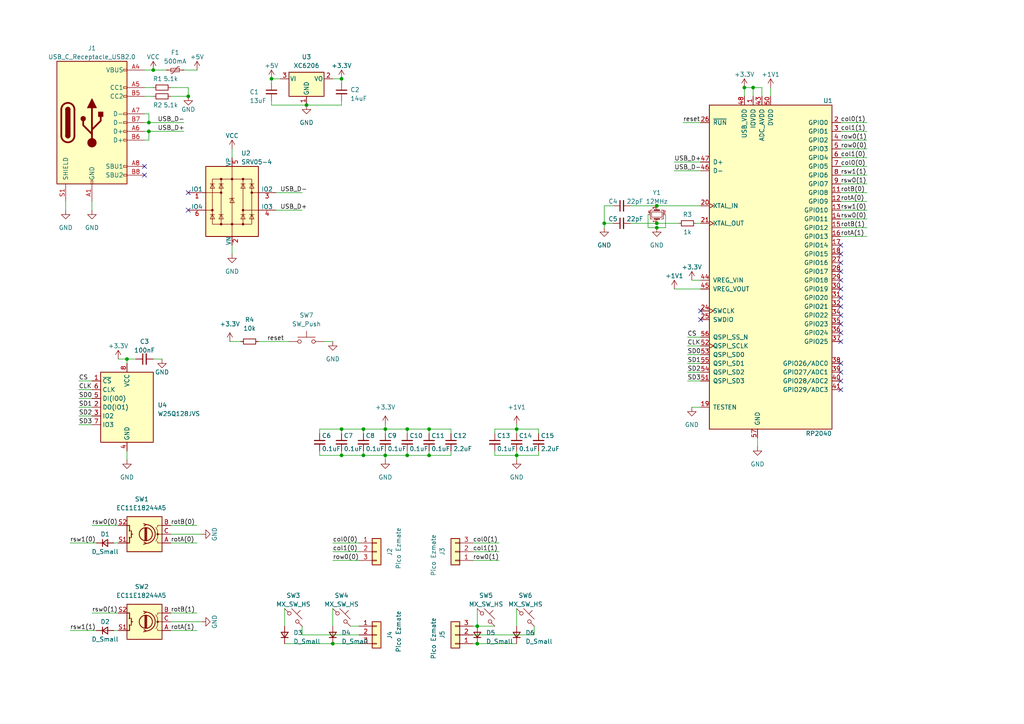
<source format=kicad_sch>
(kicad_sch (version 20230121) (generator eeschema)
  (paper "A4")
  (lib_symbols
    (symbol "Connector:USB_C_Receptacle_USB2.0" (pin_names (offset 1.016))
      (property "Reference" "J" (at -10.16 19.05 0))
      (property "Value" "USB_C_Receptacle_USB2.0" (at 19.05 19.05 0))
      (symbol "USB_C_Receptacle_USB2.0_0_0"
        (rectangle (start -0.254 -17.78) (end 0.254 -16.764))
        (rectangle (start 10.16 -14.986) (end 9.144 -15.494))
        (rectangle (start 10.16 -12.446) (end 9.144 -12.954))
        (rectangle (start 10.16 -4.826) (end 9.144 -5.334))
        (rectangle (start 10.16 -2.286) (end 9.144 -2.794))
        (rectangle (start 10.16 0.254) (end 9.144 -0.254))
        (rectangle (start 10.16 2.794) (end 9.144 2.286))
        (rectangle (start 10.16 7.874) (end 9.144 7.366))
        (rectangle (start 10.16 10.414) (end 9.144 9.906))
        (rectangle (start 10.16 15.494) (end 9.144 14.986))
      )
      (symbol "USB_C_Receptacle_USB2.0_0_1"
        (rectangle (start -10.16 17.78) (end 10.16 -17.78) (stroke (width 0.254)) (fill (type background)))
        (arc (start -8.89 -3.81) (mid -6.985 -5.7067) (end -5.08 -3.81) (stroke (width 0.508)))
        (arc (start -7.62 -3.81) (mid -6.985 -4.4423) (end -6.35 -3.81) (stroke (width 0.254)))
        (arc (start -7.62 -3.81) (mid -6.985 -4.4423) (end -6.35 -3.81) (stroke (width 0.254)) (fill (type outline)))
        (rectangle (start -7.62 -3.81) (end -6.35 3.81) (stroke (width 0.254)) (fill (type outline)))
        (arc (start -6.35 3.81) (mid -6.985 4.4423) (end -7.62 3.81) (stroke (width 0.254)))
        (arc (start -6.35 3.81) (mid -6.985 4.4423) (end -7.62 3.81) (stroke (width 0.254)) (fill (type outline)))
        (arc (start -5.08 3.81) (mid -6.985 5.7067) (end -8.89 3.81) (stroke (width 0.508)))
        (circle (center -2.54 1.143) (radius 0.635) (stroke (width 0.254)) (fill (type outline)))
        (circle (center 0 -5.842) (radius 1.27) (fill (type outline)))
        (polyline (pts (xy -8.89 -3.81) (xy -8.89 3.81)) (stroke (width 0.508)))
        (polyline (pts (xy -5.08 3.81) (xy -5.08 -3.81)) (stroke (width 0.508)))
        (polyline (pts (xy 0 -5.842) (xy 0 4.318)) (stroke (width 0.508)))
        (polyline (pts (xy 0 -3.302) (xy -2.54 -0.762) (xy -2.54 0.508)) (stroke (width 0.508)))
        (polyline (pts (xy 0 -2.032) (xy 2.54 0.508) (xy 2.54 1.778)) (stroke (width 0.508)))
        (polyline (pts (xy -1.27 4.318) (xy 0 6.858) (xy 1.27 4.318) (xy -1.27 4.318)) (stroke (width 0.254)) (fill (type outline)))
        (rectangle (start 1.905 1.778) (end 3.175 3.048) (stroke (width 0.254)) (fill (type outline)))
      )
      (symbol "USB_C_Receptacle_USB2.0_1_1"
        (pin passive line (at 0 -22.86 90) (length 5.08) (name "GND") (number "A1"))
        (pin passive line (at 0 -22.86 90) (length 5.08) hide (name "GND") (number "A12"))
        (pin passive line (at 15.24 15.24 180) (length 5.08) (name "VBUS") (number "A4"))
        (pin bidirectional line (at 15.24 10.16 180) (length 5.08) (name "CC1") (number "A5"))
        (pin bidirectional line (at 15.24 -2.54 180) (length 5.08) (name "D+") (number "A6"))
        (pin bidirectional line (at 15.24 2.54 180) (length 5.08) (name "D-") (number "A7"))
        (pin bidirectional line (at 15.24 -12.7 180) (length 5.08) (name "SBU1") (number "A8"))
        (pin passive line (at 15.24 15.24 180) (length 5.08) hide (name "VBUS") (number "A9"))
        (pin passive line (at 0 -22.86 90) (length 5.08) hide (name "GND") (number "B1"))
        (pin passive line (at 0 -22.86 90) (length 5.08) hide (name "GND") (number "B12"))
        (pin passive line (at 15.24 15.24 180) (length 5.08) hide (name "VBUS") (number "B4"))
        (pin bidirectional line (at 15.24 7.62 180) (length 5.08) (name "CC2") (number "B5"))
        (pin bidirectional line (at 15.24 -5.08 180) (length 5.08) (name "D+") (number "B6"))
        (pin bidirectional line (at 15.24 0 180) (length 5.08) (name "D-") (number "B7"))
        (pin bidirectional line (at 15.24 -15.24 180) (length 5.08) (name "SBU2") (number "B8"))
        (pin passive line (at 15.24 15.24 180) (length 5.08) hide (name "VBUS") (number "B9"))
        (pin passive line (at -7.62 -22.86 90) (length 5.08) (name "SHIELD") (number "S1"))
      )
    )
    (symbol "Connector_Generic:Conn_01x03" (pin_names (offset 1.016) hide)
      (property "Reference" "J" (at 0 5.08 0))
      (property "Value" "Conn_01x03" (at 0 -5.08 0))
      (symbol "Conn_01x03_1_1"
        (rectangle (start -1.27 -2.413) (end 0 -2.667) (stroke (width 0.1524)))
        (rectangle (start -1.27 0.127) (end 0 -0.127) (stroke (width 0.1524)))
        (rectangle (start -1.27 2.667) (end 0 2.413) (stroke (width 0.1524)))
        (rectangle (start -1.27 3.81) (end 1.27 -3.81) (stroke (width 0.254)) (fill (type background)))
        (pin passive line (at -5.08 2.54 0) (length 3.81) (name "Pin_1") (number "1"))
        (pin passive line (at -5.08 0 0) (length 3.81) (name "Pin_2") (number "2"))
        (pin passive line (at -5.08 -2.54 0) (length 3.81) (name "Pin_3") (number "3"))
      )
    )
    (symbol "Device:C_Small" (pin_numbers hide) (pin_names (offset 0.254) hide)
      (property "Reference" "C" (at 0.254 1.778 0))
      (property "Value" "C_Small" (at 0.254 -2.032 0))
      (symbol "C_Small_0_1"
        (polyline (pts (xy -1.524 -0.508) (xy 1.524 -0.508)) (stroke (width 0.3302)))
        (polyline (pts (xy -1.524 0.508) (xy 1.524 0.508)) (stroke (width 0.3048)))
      )
      (symbol "C_Small_1_1"
        (pin passive line (at 0 2.54 270) (length 2.032) (name "~") (number "1"))
        (pin passive line (at 0 -2.54 90) (length 2.032) (name "~") (number "2"))
      )
    )
    (symbol "Device:Crystal_GND24_Small" (pin_names (offset 1.016) hide)
      (property "Reference" "Y" (at 1.27 4.445 0))
      (property "Value" "Crystal_GND24_Small" (at 1.27 2.54 0))
      (symbol "Crystal_GND24_Small_0_1"
        (rectangle (start -0.762 -1.524) (end 0.762 1.524))
        (polyline (pts (xy -1.27 -0.762) (xy -1.27 0.762)) (stroke (width 0.381)))
        (polyline (pts (xy 1.27 -0.762) (xy 1.27 0.762)) (stroke (width 0.381)))
        (polyline (pts (xy -1.27 -1.27) (xy -1.27 -1.905) (xy 1.27 -1.905) (xy 1.27 -1.27)))
        (polyline (pts (xy -1.27 1.27) (xy -1.27 1.905) (xy 1.27 1.905) (xy 1.27 1.27)))
      )
      (symbol "Crystal_GND24_Small_1_1"
        (pin passive line (at -2.54 0 0) (length 1.27) (name "1") (number "1"))
        (pin passive line (at 0 -2.54 90) (length 0.635) (name "2") (number "2"))
        (pin passive line (at 2.54 0 180) (length 1.27) (name "3") (number "3"))
        (pin passive line (at 0 2.54 270) (length 0.635) (name "4") (number "4"))
      )
    )
    (symbol "Device:D_Small" (pin_numbers hide) (pin_names (offset 0.254) hide)
      (property "Reference" "D" (at -1.27 2.032 0))
      (property "Value" "D_Small" (at -3.81 -2.032 0))
      (symbol "D_Small_0_1"
        (polyline (pts (xy -0.762 -1.016) (xy -0.762 1.016)) (stroke (width 0.254)))
        (polyline (pts (xy -0.762 0) (xy 0.762 0)))
        (polyline (pts (xy 0.762 -1.016) (xy -0.762 0) (xy 0.762 1.016) (xy 0.762 -1.016)) (stroke (width 0.254)))
      )
      (symbol "D_Small_1_1"
        (pin passive line (at -2.54 0 0) (length 1.778) (name "K") (number "1"))
        (pin passive line (at 2.54 0 180) (length 1.778) (name "A") (number "2"))
      )
    )
    (symbol "Device:Polyfuse_Small" (pin_numbers hide) (pin_names (offset 0))
      (property "Reference" "F" (at -1.905 0 90))
      (property "Value" "Polyfuse_Small" (at 1.905 0 90))
      (symbol "Polyfuse_Small_0_1"
        (rectangle (start -0.508 1.27) (end 0.508 -1.27))
        (polyline (pts (xy 0 2.54) (xy 0 -2.54)))
        (polyline (pts (xy -1.016 1.27) (xy -1.016 0.762) (xy 1.016 -0.762) (xy 1.016 -1.27)))
      )
      (symbol "Polyfuse_Small_1_1"
        (pin passive line (at 0 2.54 270) (length 0.635) (name "~") (number "1"))
        (pin passive line (at 0 -2.54 90) (length 0.635) (name "~") (number "2"))
      )
    )
    (symbol "Device:R_Small" (pin_numbers hide) (pin_names (offset 0.254) hide)
      (property "Reference" "R" (at 0.762 0.508 0))
      (property "Value" "R_Small" (at 0.762 -1.016 0))
      (symbol "R_Small_0_1"
        (rectangle (start -0.762 1.778) (end 0.762 -1.778) (stroke (width 0.2032)))
      )
      (symbol "R_Small_1_1"
        (pin passive line (at 0 2.54 270) (length 0.762) (name "~") (number "1"))
        (pin passive line (at 0 -2.54 90) (length 0.762) (name "~") (number "2"))
      )
    )
    (symbol "Device:RotaryEncoder_Switch" (pin_names (offset 0.254) hide)
      (property "Reference" "SW" (at 0 6.604 0))
      (property "Value" "RotaryEncoder_Switch" (at 0 -6.604 0))
      (symbol "RotaryEncoder_Switch_0_1"
        (rectangle (start -5.08 5.08) (end 5.08 -5.08) (stroke (width 0.254)) (fill (type background)))
        (circle (center -3.81 0) (radius 0.254) (fill (type outline)))
        (circle (center -0.381 0) (radius 1.905) (stroke (width 0.254)))
        (arc (start -0.381 2.667) (mid -3.0988 -0.0635) (end -0.381 -2.794) (stroke (width 0.254)))
        (polyline (pts (xy -0.635 -1.778) (xy -0.635 1.778)) (stroke (width 0.254)))
        (polyline (pts (xy -0.381 -1.778) (xy -0.381 1.778)) (stroke (width 0.254)))
        (polyline (pts (xy -0.127 1.778) (xy -0.127 -1.778)) (stroke (width 0.254)))
        (polyline (pts (xy 3.81 0) (xy 3.429 0)) (stroke (width 0.254)))
        (polyline (pts (xy 3.81 1.016) (xy 3.81 -1.016)) (stroke (width 0.254)))
        (polyline (pts (xy -5.08 -2.54) (xy -3.81 -2.54) (xy -3.81 -2.032)))
        (polyline (pts (xy -5.08 2.54) (xy -3.81 2.54) (xy -3.81 2.032)))
        (polyline (pts (xy 0.254 -3.048) (xy -0.508 -2.794) (xy 0.127 -2.413)) (stroke (width 0.254)))
        (polyline (pts (xy 0.254 2.921) (xy -0.508 2.667) (xy 0.127 2.286)) (stroke (width 0.254)))
        (polyline (pts (xy 5.08 -2.54) (xy 4.318 -2.54) (xy 4.318 -1.016)) (stroke (width 0.254)))
        (polyline (pts (xy 5.08 2.54) (xy 4.318 2.54) (xy 4.318 1.016)) (stroke (width 0.254)))
        (polyline (pts (xy -5.08 0) (xy -3.81 0) (xy -3.81 -1.016) (xy -3.302 -2.032)))
        (polyline (pts (xy -4.318 0) (xy -3.81 0) (xy -3.81 1.016) (xy -3.302 2.032)))
        (circle (center 4.318 -1.016) (radius 0.127) (stroke (width 0.254)))
        (circle (center 4.318 1.016) (radius 0.127) (stroke (width 0.254)))
      )
      (symbol "RotaryEncoder_Switch_1_1"
        (pin passive line (at -7.62 2.54 0) (length 2.54) (name "A") (number "A"))
        (pin passive line (at -7.62 -2.54 0) (length 2.54) (name "B") (number "B"))
        (pin passive line (at -7.62 0 0) (length 2.54) (name "C") (number "C"))
        (pin passive line (at 7.62 2.54 180) (length 2.54) (name "S1") (number "S1"))
        (pin passive line (at 7.62 -2.54 180) (length 2.54) (name "S2") (number "S2"))
      )
    )
    (symbol "Memory_Flash:W25Q128JVS"
      (property "Reference" "U" (at -8.89 8.89 0))
      (property "Value" "W25Q128JVS" (at 7.62 8.89 0))
      (symbol "W25Q128JVS_0_1"
        (rectangle (start -7.62 10.16) (end 7.62 -10.16) (stroke (width 0.254)) (fill (type background)))
      )
      (symbol "W25Q128JVS_1_1"
        (pin input line (at -10.16 7.62 0) (length 2.54) (name "~{CS}") (number "1"))
        (pin bidirectional line (at -10.16 0 0) (length 2.54) (name "DO(IO1)") (number "2"))
        (pin bidirectional line (at -10.16 -2.54 0) (length 2.54) (name "IO2") (number "3"))
        (pin power_in line (at 0 -12.7 90) (length 2.54) (name "GND") (number "4"))
        (pin bidirectional line (at -10.16 2.54 0) (length 2.54) (name "DI(IO0)") (number "5"))
        (pin input line (at -10.16 5.08 0) (length 2.54) (name "CLK") (number "6"))
        (pin bidirectional line (at -10.16 -5.08 0) (length 2.54) (name "IO3") (number "7"))
        (pin power_in line (at 0 12.7 270) (length 2.54) (name "VCC") (number "8"))
      )
    )
    (symbol "RP2040:RP2040" (pin_names (offset 1.016))
      (property "Reference" "U" (at 8.89 51.435 0))
      (property "Value" "RP2040" (at 8.89 48.895 0))
      (symbol "RP2040_0_0"
        (rectangle (start -17.78 -45.72) (end 17.78 48.26) (stroke (width 0.254)) (fill (type background)))
      )
      (symbol "RP2040_1_1"
        (pin power_in line (at -5.08 50.8 270) (length 2.54) (name "IOVDD") (number "1"))
        (pin power_in line (at -5.08 50.8 270) (length 2.54) hide (name "IOVDD") (number "10"))
        (pin input line (at 20.32 22.86 180) (length 2.54) (name "GPIO8") (number "11"))
        (pin input line (at 20.32 20.32 180) (length 2.54) (name "GPIO9") (number "12"))
        (pin input line (at 20.32 17.78 180) (length 2.54) (name "GPIO10") (number "13"))
        (pin input line (at 20.32 15.24 180) (length 2.54) (name "GPIO11") (number "14"))
        (pin input line (at 20.32 12.7 180) (length 2.54) (name "GPIO12") (number "15"))
        (pin input line (at 20.32 10.16 180) (length 2.54) (name "GPIO13") (number "16"))
        (pin input line (at 20.32 7.62 180) (length 2.54) (name "GPIO14") (number "17"))
        (pin input line (at 20.32 5.08 180) (length 2.54) (name "GPIO15") (number "18"))
        (pin input line (at -20.32 -39.37 0) (length 2.54) (name "TESTEN") (number "19"))
        (pin input line (at 20.32 43.18 180) (length 2.54) (name "GPIO0") (number "2"))
        (pin input clock (at -20.32 19.05 0) (length 2.54) (name "XTAL_IN") (number "20"))
        (pin input clock (at -20.32 13.97 0) (length 2.54) (name "XTAL_OUT") (number "21"))
        (pin power_in line (at -5.08 50.8 270) (length 2.54) hide (name "IOVDD") (number "22"))
        (pin power_in line (at 0 50.8 270) (length 2.54) hide (name "DVDD") (number "23"))
        (pin input clock (at -20.32 -11.43 0) (length 2.54) (name "SWCLK") (number "24"))
        (pin bidirectional line (at -20.32 -13.97 0) (length 2.54) (name "SWDIO") (number "25"))
        (pin input line (at -20.32 43.18 0) (length 2.54) (name "~{RUN}") (number "26"))
        (pin input line (at 20.32 2.54 180) (length 2.54) (name "GPIO16") (number "27"))
        (pin input line (at 20.32 0 180) (length 2.54) (name "GPIO17") (number "28"))
        (pin input line (at 20.32 -2.54 180) (length 2.54) (name "GPIO18") (number "29"))
        (pin input line (at 20.32 40.64 180) (length 2.54) (name "GPIO1") (number "3"))
        (pin input line (at 20.32 -5.08 180) (length 2.54) (name "GPIO19") (number "30"))
        (pin input line (at 20.32 -7.62 180) (length 2.54) (name "GPIO20") (number "31"))
        (pin input line (at 20.32 -10.16 180) (length 2.54) (name "GPIO21") (number "32"))
        (pin power_in line (at -5.08 50.8 270) (length 2.54) hide (name "IOVDD") (number "33"))
        (pin input line (at 20.32 -12.7 180) (length 2.54) (name "GPIO22") (number "34"))
        (pin input line (at 20.32 -15.24 180) (length 2.54) (name "GPIO23") (number "35"))
        (pin input line (at 20.32 -17.78 180) (length 2.54) (name "GPIO24") (number "36"))
        (pin input line (at 20.32 -20.32 180) (length 2.54) (name "GPIO25") (number "37"))
        (pin input line (at 20.32 -26.67 180) (length 2.54) (name "GPIO26/ADC0") (number "38"))
        (pin input line (at 20.32 -29.21 180) (length 2.54) (name "GPIO27/ADC1") (number "39"))
        (pin input line (at 20.32 38.1 180) (length 2.54) (name "GPIO2") (number "4"))
        (pin input line (at 20.32 -31.75 180) (length 2.54) (name "GPIO28/ADC2") (number "40"))
        (pin input line (at 20.32 -34.29 180) (length 2.54) (name "GPIO29/ADC3") (number "41"))
        (pin power_in line (at -5.08 50.8 270) (length 2.54) hide (name "IOVDD") (number "42"))
        (pin power_in line (at -2.54 50.8 270) (length 2.54) (name "ADC_AVDD") (number "43"))
        (pin power_in line (at -20.32 -2.54 0) (length 2.54) (name "VREG_VIN") (number "44"))
        (pin power_out line (at -20.32 -5.08 0) (length 2.54) (name "VREG_VOUT") (number "45"))
        (pin bidirectional line (at -20.32 29.21 0) (length 2.54) (name "D-") (number "46"))
        (pin bidirectional line (at -20.32 31.75 0) (length 2.54) (name "D+") (number "47"))
        (pin power_in line (at -7.62 50.8 270) (length 2.54) (name "USB_VDD") (number "48"))
        (pin power_in line (at -5.08 50.8 270) (length 2.54) hide (name "IOVDD") (number "49"))
        (pin input line (at 20.32 35.56 180) (length 2.54) (name "GPIO3") (number "5"))
        (pin power_in line (at 0 50.8 270) (length 2.54) (name "DVDD") (number "50"))
        (pin bidirectional line (at -20.32 -31.75 0) (length 2.54) (name "QSPI_SD3") (number "51"))
        (pin input clock (at -20.32 -21.59 0) (length 2.54) (name "QSPI_SCLK") (number "52"))
        (pin bidirectional line (at -20.32 -24.13 0) (length 2.54) (name "QSPI_SD0") (number "53"))
        (pin bidirectional line (at -20.32 -29.21 0) (length 2.54) (name "QSPI_SD2") (number "54"))
        (pin bidirectional line (at -20.32 -26.67 0) (length 2.54) (name "QSPI_SD1") (number "55"))
        (pin bidirectional line (at -20.32 -19.05 0) (length 2.54) (name "QSPI_SS_N") (number "56"))
        (pin power_in line (at -3.81 -48.26 90) (length 2.54) (name "GND") (number "57"))
        (pin input line (at 20.32 33.02 180) (length 2.54) (name "GPIO4") (number "6"))
        (pin input line (at 20.32 30.48 180) (length 2.54) (name "GPIO5") (number "7"))
        (pin input line (at 20.32 27.94 180) (length 2.54) (name "GPIO6") (number "8"))
        (pin input line (at 20.32 25.4 180) (length 2.54) (name "GPIO7") (number "9"))
      )
    )
    (symbol "Regulator_Linear:XC6206PxxxMR" (pin_names (offset 0.254))
      (property "Reference" "U" (at -3.81 3.175 0))
      (property "Value" "XC6206PxxxMR" (at 0 3.175 0))
      (symbol "XC6206PxxxMR_0_1"
        (rectangle (start -5.08 1.905) (end 5.08 -5.08) (stroke (width 0.254)) (fill (type background)))
      )
      (symbol "XC6206PxxxMR_1_1"
        (pin power_in line (at 0 -7.62 90) (length 2.54) (name "GND") (number "1"))
        (pin power_out line (at 7.62 0 180) (length 2.54) (name "VO") (number "2"))
        (pin power_in line (at -7.62 0 0) (length 2.54) (name "VI") (number "3"))
      )
    )
    (symbol "Switch:SW_Push" (pin_numbers hide) (pin_names (offset 1.016) hide)
      (property "Reference" "SW" (at 1.27 2.54 0))
      (property "Value" "SW_Push" (at 0 -1.524 0))
      (symbol "SW_Push_0_1"
        (circle (center -2.032 0) (radius 0.508))
        (polyline (pts (xy 0 1.27) (xy 0 3.048)))
        (polyline (pts (xy 2.54 1.27) (xy -2.54 1.27)))
        (circle (center 2.032 0) (radius 0.508))
        (pin passive line (at -5.08 0 0) (length 2.54) (name "1") (number "1"))
        (pin passive line (at 5.08 0 180) (length 2.54) (name "2") (number "2"))
      )
    )
    (symbol "marbastlib-mx:MX_SW_HS" (pin_numbers hide) (pin_names (offset 1.016) hide)
      (property "Reference" "SW" (at 3.048 1.016 0))
      (property "Value" "MX_SW_HS" (at 0 -3.81 0))
      (symbol "MX_SW_HS_0_1"
        (circle (center -1.1684 1.1684) (radius 0.508))
        (polyline (pts (xy -0.508 2.54) (xy 2.54 -0.508)))
        (polyline (pts (xy 1.016 1.016) (xy 2.032 2.032)))
        (polyline (pts (xy -2.54 2.54) (xy -1.524 1.524) (xy -1.524 1.524)))
        (polyline (pts (xy 1.524 -1.524) (xy 2.54 -2.54) (xy 2.54 -2.54) (xy 2.54 -2.54)))
        (circle (center 1.143 -1.1938) (radius 0.508))
        (pin passive line (at -2.54 2.54 0) (length 0) (name "1") (number "1"))
        (pin passive line (at 2.54 -2.54 180) (length 0) (name "2") (number "2"))
      )
    )
    (symbol "marbastlib-various:SRV05-4" (pin_names (offset 0))
      (property "Reference" "U" (at -5.08 11.43 0))
      (property "Value" "SRV05-4" (at 2.54 11.43 0))
      (symbol "SRV05-4_0_0"
        (rectangle (start -5.715 6.477) (end 5.715 -6.604))
        (polyline (pts (xy -3.175 -6.604) (xy -3.175 6.477)))
        (polyline (pts (xy 3.175 6.477) (xy 3.175 -6.604)))
      )
      (symbol "SRV05-4_0_1"
        (rectangle (start -7.62 10.16) (end 7.62 -10.16) (stroke (width 0.254)) (fill (type background)))
        (circle (center -5.715 -2.54) (radius 0.2794) (fill (type outline)))
        (circle (center -3.175 -6.604) (radius 0.2794) (fill (type outline)))
        (circle (center -3.175 2.54) (radius 0.2794) (fill (type outline)))
        (circle (center -3.175 6.477) (radius 0.2794) (fill (type outline)))
        (circle (center 0 -6.604) (radius 0.2794) (fill (type outline)))
        (polyline (pts (xy -7.747 2.54) (xy -3.175 2.54)))
        (polyline (pts (xy -7.62 -2.54) (xy -5.715 -2.54)))
        (polyline (pts (xy -5.08 -3.81) (xy -6.35 -3.81)))
        (polyline (pts (xy -5.08 5.08) (xy -6.35 5.08)))
        (polyline (pts (xy -2.54 -3.81) (xy -3.81 -3.81)))
        (polyline (pts (xy -2.54 5.08) (xy -3.81 5.08)))
        (polyline (pts (xy 0 10.16) (xy 0 -10.16)))
        (polyline (pts (xy 3.81 -3.81) (xy 2.54 -3.81)))
        (polyline (pts (xy 3.81 5.08) (xy 2.54 5.08)))
        (polyline (pts (xy 6.35 -3.81) (xy 5.08 -3.81)))
        (polyline (pts (xy 6.35 5.08) (xy 5.08 5.08)))
        (polyline (pts (xy 7.62 -2.54) (xy 3.175 -2.54)))
        (polyline (pts (xy 7.62 2.54) (xy 5.715 2.54)))
        (polyline (pts (xy 0.635 0.889) (xy -0.635 0.889) (xy -0.635 0.635)))
        (polyline (pts (xy -5.08 -5.08) (xy -6.35 -5.08) (xy -5.715 -3.81) (xy -5.08 -5.08)))
        (polyline (pts (xy -5.08 3.81) (xy -6.35 3.81) (xy -5.715 5.08) (xy -5.08 3.81)))
        (polyline (pts (xy -2.54 -5.08) (xy -3.81 -5.08) (xy -3.175 -3.81) (xy -2.54 -5.08)))
        (polyline (pts (xy -2.54 3.81) (xy -3.81 3.81) (xy -3.175 5.08) (xy -2.54 3.81)))
        (polyline (pts (xy 0.635 -0.381) (xy -0.635 -0.381) (xy 0 0.889) (xy 0.635 -0.381)))
        (polyline (pts (xy 3.81 -5.08) (xy 2.54 -5.08) (xy 3.175 -3.81) (xy 3.81 -5.08)))
        (polyline (pts (xy 3.81 3.81) (xy 2.54 3.81) (xy 3.175 5.08) (xy 3.81 3.81)))
        (polyline (pts (xy 6.35 -5.08) (xy 5.08 -5.08) (xy 5.715 -3.81) (xy 6.35 -5.08)))
        (polyline (pts (xy 6.35 3.81) (xy 5.08 3.81) (xy 5.715 5.08) (xy 6.35 3.81)))
        (circle (center 0 6.477) (radius 0.2794) (fill (type outline)))
        (circle (center 3.175 -6.604) (radius 0.2794) (fill (type outline)))
        (circle (center 3.175 -2.54) (radius 0.2794) (fill (type outline)))
        (circle (center 3.175 6.477) (radius 0.2794) (fill (type outline)))
        (circle (center 5.715 2.54) (radius 0.2794) (fill (type outline)))
      )
      (symbol "SRV05-4_1_1"
        (pin passive line (at -12.7 2.54 0) (length 5.08) (name "IO1") (number "1"))
        (pin passive line (at 0 -12.7 90) (length 2.54) (name "VN") (number "2"))
        (pin passive line (at 12.7 2.54 180) (length 5.08) (name "IO2") (number "3"))
        (pin passive line (at 12.7 -2.54 180) (length 5.08) (name "IO3") (number "4"))
        (pin passive line (at 0 12.7 270) (length 2.54) (name "VP") (number "5"))
        (pin passive line (at -12.7 -2.54 0) (length 5.08) (name "IO4") (number "6"))
      )
    )
    (symbol "power:+1V1" (power) (pin_names (offset 0))
      (property "Value" "+1V1" (at 0 3.556 0))
      (symbol "+1V1_0_1"
        (polyline (pts (xy -0.762 1.27) (xy 0 2.54)))
        (polyline (pts (xy 0 0) (xy 0 2.54)))
        (polyline (pts (xy 0 2.54) (xy 0.762 1.27)))
      )
      (symbol "+1V1_1_1"
        (pin power_in line (at 0 0 90) (length 0) hide (name "+1V1") (number "1"))
      )
    )
    (symbol "power:+3.3V" (power) (pin_names (offset 0))
      (property "Value" "+3.3V" (at 0 3.556 0))
      (symbol "+3.3V_0_1"
        (polyline (pts (xy -0.762 1.27) (xy 0 2.54)))
        (polyline (pts (xy 0 0) (xy 0 2.54)))
        (polyline (pts (xy 0 2.54) (xy 0.762 1.27)))
      )
      (symbol "+3.3V_1_1"
        (pin power_in line (at 0 0 90) (length 0) hide (name "+3.3V") (number "1"))
      )
    )
    (symbol "power:+5V" (power) (pin_names (offset 0))
      (property "Value" "+5V" (at 0 3.556 0))
      (symbol "+5V_0_1"
        (polyline (pts (xy -0.762 1.27) (xy 0 2.54)))
        (polyline (pts (xy 0 0) (xy 0 2.54)))
        (polyline (pts (xy 0 2.54) (xy 0.762 1.27)))
      )
      (symbol "+5V_1_1"
        (pin power_in line (at 0 0 90) (length 0) hide (name "+5V") (number "1"))
      )
    )
    (symbol "power:GND" (power) (pin_names (offset 0))
      (property "Value" "GND" (at 0 -3.81 0))
      (symbol "GND_0_1"
        (polyline (pts (xy 0 0) (xy 0 -1.27) (xy 1.27 -1.27) (xy 0 -2.54) (xy -1.27 -1.27) (xy 0 -1.27)))
      )
      (symbol "GND_1_1"
        (pin power_in line (at 0 0 270) (length 0) hide (name "GND") (number "1"))
      )
    )
    (symbol "power:VCC" (power) (pin_names (offset 0))
      (property "Value" "VCC" (at 0 3.81 0))
      (symbol "VCC_0_1"
        (polyline (pts (xy -0.762 1.27) (xy 0 2.54)))
        (polyline (pts (xy 0 0) (xy 0 2.54)))
        (polyline (pts (xy 0 2.54) (xy 0.762 1.27)))
      )
      (symbol "VCC_1_1"
        (pin power_in line (at 0 0 90) (length 0) hide (name "VCC") (number "1"))
      )
    )
  )
  (junction (at 118.11 124.46))
  (junction (at 105.41 124.46))
  (junction (at 43.18 35.56))
  (junction (at 118.11 132.08))
  (junction (at 36.83 104.14))
  (junction (at 175.26 64.77))
  (junction (at 124.46 124.46))
  (junction (at 99.06 124.46))
  (junction (at 190.5 59.69))
  (junction (at 218.44 25.4))
  (junction (at 138.43 186.69))
  (junction (at 149.86 132.08))
  (junction (at 124.46 132.08))
  (junction (at 43.18 38.1))
  (junction (at 78.74 22.86))
  (junction (at 149.86 124.46))
  (junction (at 44.45 20.32))
  (junction (at 96.52 186.69))
  (junction (at 138.43 181.61))
  (junction (at 111.76 124.46))
  (junction (at 111.76 132.08))
  (junction (at 190.5 66.04))
  (junction (at 88.9 30.48))
  (junction (at 99.06 132.08))
  (junction (at 105.41 132.08))
  (junction (at 190.5 64.77))
  (junction (at 99.06 22.86))
  (junction (at 215.9 25.4))
  (junction (at 54.61 27.94))
  (no_connect (at 54.61 60.96))
  (no_connect (at 243.84 93.98))
  (no_connect (at 243.84 83.82))
  (no_connect (at 243.84 73.66))
  (no_connect (at 243.84 86.36))
  (no_connect (at 203.2 92.71))
  (no_connect (at 243.84 76.2))
  (no_connect (at 243.84 91.44))
  (no_connect (at 243.84 110.49))
  (no_connect (at 243.84 78.74))
  (no_connect (at 243.84 99.06))
  (no_connect (at 243.84 71.12))
  (no_connect (at 243.84 96.52))
  (no_connect (at 243.84 88.9))
  (no_connect (at 41.91 48.26))
  (no_connect (at 243.84 105.41))
  (no_connect (at 41.91 50.8))
  (no_connect (at 243.84 81.28))
  (no_connect (at 203.2 90.17))
  (no_connect (at 54.61 55.88))
  (no_connect (at 243.84 113.03))
  (no_connect (at 243.84 107.95))
  (wire (pts (xy 22.86 115.57) (xy 26.67 115.57)))
  (wire (pts (xy 36.83 104.14) (xy 36.83 105.41)))
  (wire (pts (xy 43.18 40.64) (xy 41.91 40.64)))
  (wire (pts (xy 88.9 30.48) (xy 99.06 30.48)))
  (wire (pts (xy 124.46 124.46) (xy 130.81 124.46)))
  (wire (pts (xy 105.41 132.08) (xy 111.76 132.08)))
  (wire (pts (xy 219.71 127) (xy 219.71 129.54)))
  (wire (pts (xy 137.16 186.69) (xy 138.43 186.69)))
  (wire (pts (xy 243.84 58.42) (xy 251.46 58.42)))
  (wire (pts (xy 41.91 25.4) (xy 44.45 25.4)))
  (wire (pts (xy 175.26 64.77) (xy 177.8 64.77)))
  (wire (pts (xy 201.93 64.77) (xy 203.2 64.77)))
  (wire (pts (xy 66.675 99.06) (xy 69.85 99.06)))
  (wire (pts (xy 78.74 29.21) (xy 78.74 30.48)))
  (wire (pts (xy 187.96 62.23) (xy 187.96 66.04)))
  (wire (pts (xy 190.5 66.04) (xy 193.04 66.04)))
  (wire (pts (xy 143.51 124.46) (xy 149.86 124.46)))
  (wire (pts (xy 54.61 25.4) (xy 54.61 27.94)))
  (wire (pts (xy 218.44 25.4) (xy 218.44 27.94)))
  (wire (pts (xy 34.29 157.48) (xy 33.02 157.48)))
  (wire (pts (xy 190.5 59.69) (xy 203.2 59.69)))
  (wire (pts (xy 49.53 152.4) (xy 57.15 152.4)))
  (wire (pts (xy 182.88 59.69) (xy 190.5 59.69)))
  (wire (pts (xy 149.86 124.46) (xy 149.86 125.73)))
  (wire (pts (xy 67.31 71.12) (xy 67.31 73.66)))
  (wire (pts (xy 243.84 68.58) (xy 251.46 68.58)))
  (wire (pts (xy 243.84 45.72) (xy 251.46 45.72)))
  (wire (pts (xy 154.94 184.15) (xy 137.16 184.15)))
  (wire (pts (xy 243.84 40.64) (xy 251.46 40.64)))
  (wire (pts (xy 124.46 130.81) (xy 124.46 132.08)))
  (wire (pts (xy 93.98 99.06) (xy 96.52 99.06)))
  (wire (pts (xy 243.84 48.26) (xy 251.46 48.26)))
  (wire (pts (xy 195.58 49.53) (xy 203.2 49.53)))
  (wire (pts (xy 138.43 176.53) (xy 138.43 181.61)))
  (wire (pts (xy 22.86 110.49) (xy 26.67 110.49)))
  (wire (pts (xy 67.31 43.18) (xy 67.31 45.72)))
  (wire (pts (xy 99.06 124.46) (xy 99.06 125.73)))
  (wire (pts (xy 130.81 124.46) (xy 130.81 125.73)))
  (wire (pts (xy 41.91 38.1) (xy 43.18 38.1)))
  (wire (pts (xy 105.41 124.46) (xy 105.41 125.73)))
  (wire (pts (xy 138.43 186.69) (xy 149.86 186.69)))
  (wire (pts (xy 36.83 130.81) (xy 36.83 133.35)))
  (wire (pts (xy 96.52 186.69) (xy 104.14 186.69)))
  (wire (pts (xy 92.71 130.81) (xy 92.71 132.08)))
  (wire (pts (xy 80.01 55.88) (xy 87.63 55.88)))
  (wire (pts (xy 22.86 118.11) (xy 26.67 118.11)))
  (wire (pts (xy 156.21 130.81) (xy 156.21 132.08)))
  (wire (pts (xy 41.91 27.94) (xy 44.45 27.94)))
  (wire (pts (xy 99.06 132.08) (xy 105.41 132.08)))
  (wire (pts (xy 199.39 110.49) (xy 203.2 110.49)))
  (wire (pts (xy 20.32 182.88) (xy 27.94 182.88)))
  (wire (pts (xy 58.42 180.34) (xy 49.53 180.34)))
  (wire (pts (xy 198.12 35.56) (xy 203.2 35.56)))
  (wire (pts (xy 243.84 38.1) (xy 251.46 38.1)))
  (wire (pts (xy 41.91 20.32) (xy 44.45 20.32)))
  (wire (pts (xy 111.76 130.81) (xy 111.76 132.08)))
  (wire (pts (xy 243.84 55.88) (xy 251.46 55.88)))
  (wire (pts (xy 118.11 124.46) (xy 118.11 125.73)))
  (wire (pts (xy 92.71 124.46) (xy 99.06 124.46)))
  (wire (pts (xy 96.52 176.53) (xy 96.52 181.61)))
  (wire (pts (xy 78.74 22.86) (xy 78.74 24.13)))
  (wire (pts (xy 26.67 58.42) (xy 26.67 60.96)))
  (wire (pts (xy 243.84 43.18) (xy 251.46 43.18)))
  (wire (pts (xy 22.86 123.19) (xy 26.67 123.19)))
  (wire (pts (xy 80.01 60.96) (xy 87.63 60.96)))
  (wire (pts (xy 199.39 102.87) (xy 203.2 102.87)))
  (wire (pts (xy 39.37 104.14) (xy 36.83 104.14)))
  (wire (pts (xy 220.98 25.4) (xy 220.98 27.94)))
  (wire (pts (xy 218.44 25.4) (xy 220.98 25.4)))
  (wire (pts (xy 22.86 113.03) (xy 26.67 113.03)))
  (wire (pts (xy 199.39 105.41) (xy 203.2 105.41)))
  (wire (pts (xy 124.46 124.46) (xy 124.46 125.73)))
  (wire (pts (xy 130.81 132.08) (xy 130.81 130.81)))
  (wire (pts (xy 41.91 35.56) (xy 43.18 35.56)))
  (wire (pts (xy 118.11 124.46) (xy 124.46 124.46)))
  (wire (pts (xy 137.16 162.56) (xy 144.78 162.56)))
  (wire (pts (xy 99.06 132.08) (xy 92.71 132.08)))
  (wire (pts (xy 143.51 130.81) (xy 143.51 132.08)))
  (wire (pts (xy 149.86 176.53) (xy 149.86 181.61)))
  (wire (pts (xy 82.55 176.53) (xy 82.55 181.61)))
  (wire (pts (xy 149.86 124.46) (xy 156.21 124.46)))
  (wire (pts (xy 87.63 184.15) (xy 104.14 184.15)))
  (wire (pts (xy 154.94 181.61) (xy 154.94 184.15)))
  (wire (pts (xy 99.06 22.86) (xy 99.06 24.13)))
  (wire (pts (xy 124.46 132.08) (xy 130.81 132.08)))
  (wire (pts (xy 199.39 100.33) (xy 203.2 100.33)))
  (wire (pts (xy 243.84 63.5) (xy 251.46 63.5)))
  (wire (pts (xy 111.76 132.08) (xy 111.76 133.35)))
  (wire (pts (xy 43.18 38.1) (xy 43.18 40.64)))
  (wire (pts (xy 149.86 130.81) (xy 149.86 132.08)))
  (wire (pts (xy 195.58 83.82) (xy 203.2 83.82)))
  (wire (pts (xy 26.67 152.4) (xy 34.29 152.4)))
  (wire (pts (xy 156.21 124.46) (xy 156.21 125.73)))
  (wire (pts (xy 22.86 120.65) (xy 26.67 120.65)))
  (wire (pts (xy 177.8 59.69) (xy 175.26 59.69)))
  (wire (pts (xy 200.66 118.11) (xy 203.2 118.11)))
  (wire (pts (xy 190.5 64.77) (xy 196.85 64.77)))
  (wire (pts (xy 243.84 53.34) (xy 251.46 53.34)))
  (wire (pts (xy 149.86 132.08) (xy 156.21 132.08)))
  (wire (pts (xy 49.53 25.4) (xy 54.61 25.4)))
  (wire (pts (xy 187.96 66.04) (xy 190.5 66.04)))
  (wire (pts (xy 137.16 157.48) (xy 144.78 157.48)))
  (wire (pts (xy 99.06 124.46) (xy 105.41 124.46)))
  (wire (pts (xy 26.67 177.8) (xy 34.29 177.8)))
  (wire (pts (xy 34.29 182.88) (xy 33.02 182.88)))
  (wire (pts (xy 96.52 160.02) (xy 104.14 160.02)))
  (wire (pts (xy 195.58 46.99) (xy 203.2 46.99)))
  (wire (pts (xy 105.41 124.46) (xy 111.76 124.46)))
  (wire (pts (xy 96.52 22.86) (xy 99.06 22.86)))
  (wire (pts (xy 200.66 81.28) (xy 203.2 81.28)))
  (wire (pts (xy 111.76 124.46) (xy 118.11 124.46)))
  (wire (pts (xy 34.29 104.14) (xy 36.83 104.14)))
  (wire (pts (xy 223.52 25.4) (xy 223.52 27.94)))
  (wire (pts (xy 78.74 30.48) (xy 88.9 30.48)))
  (wire (pts (xy 149.86 123.19) (xy 149.86 124.46)))
  (wire (pts (xy 143.51 125.73) (xy 143.51 124.46)))
  (wire (pts (xy 49.53 177.8) (xy 57.15 177.8)))
  (wire (pts (xy 111.76 123.19) (xy 111.76 124.46)))
  (wire (pts (xy 143.51 132.08) (xy 149.86 132.08)))
  (wire (pts (xy 193.04 62.23) (xy 193.04 66.04)))
  (wire (pts (xy 49.53 157.48) (xy 57.15 157.48)))
  (wire (pts (xy 118.11 130.81) (xy 118.11 132.08)))
  (wire (pts (xy 43.18 38.1) (xy 53.34 38.1)))
  (wire (pts (xy 111.76 124.46) (xy 111.76 125.73)))
  (wire (pts (xy 215.9 25.4) (xy 218.44 25.4)))
  (wire (pts (xy 19.05 58.42) (xy 19.05 60.96)))
  (wire (pts (xy 43.18 35.56) (xy 53.34 35.56)))
  (wire (pts (xy 81.28 22.86) (xy 78.74 22.86)))
  (wire (pts (xy 175.26 64.77) (xy 175.26 66.04)))
  (wire (pts (xy 99.06 29.21) (xy 99.06 30.48)))
  (wire (pts (xy 243.84 60.96) (xy 251.46 60.96)))
  (wire (pts (xy 199.39 107.95) (xy 203.2 107.95)))
  (wire (pts (xy 105.41 130.81) (xy 105.41 132.08)))
  (wire (pts (xy 243.84 66.04) (xy 251.46 66.04)))
  (wire (pts (xy 74.93 99.06) (xy 83.82 99.06)))
  (wire (pts (xy 199.39 97.79) (xy 203.2 97.79)))
  (wire (pts (xy 215.9 25.4) (xy 215.9 27.94)))
  (wire (pts (xy 44.45 104.14) (xy 46.99 104.14)))
  (wire (pts (xy 96.52 162.56) (xy 104.14 162.56)))
  (wire (pts (xy 118.11 132.08) (xy 124.46 132.08)))
  (wire (pts (xy 96.52 157.48) (xy 104.14 157.48)))
  (wire (pts (xy 41.91 33.02) (xy 43.18 33.02)))
  (wire (pts (xy 92.71 124.46) (xy 92.71 125.73)))
  (wire (pts (xy 53.34 20.32) (xy 57.15 20.32)))
  (wire (pts (xy 82.55 186.69) (xy 96.52 186.69)))
  (wire (pts (xy 43.18 33.02) (xy 43.18 35.56)))
  (wire (pts (xy 138.43 181.61) (xy 143.51 181.61)))
  (wire (pts (xy 58.42 154.94) (xy 49.53 154.94)))
  (wire (pts (xy 243.84 50.8) (xy 251.46 50.8)))
  (wire (pts (xy 101.6 181.61) (xy 104.14 181.61)))
  (wire (pts (xy 137.16 160.02) (xy 144.78 160.02)))
  (wire (pts (xy 137.16 181.61) (xy 138.43 181.61)))
  (wire (pts (xy 20.32 157.48) (xy 27.94 157.48)))
  (wire (pts (xy 49.53 182.88) (xy 57.15 182.88)))
  (wire (pts (xy 87.63 181.61) (xy 87.63 184.15)))
  (wire (pts (xy 243.84 35.56) (xy 251.46 35.56)))
  (wire (pts (xy 182.88 64.77) (xy 190.5 64.77)))
  (wire (pts (xy 99.06 130.81) (xy 99.06 132.08)))
  (wire (pts (xy 149.86 132.08) (xy 149.86 133.35)))
  (wire (pts (xy 175.26 59.69) (xy 175.26 64.77)))
  (wire (pts (xy 111.76 132.08) (xy 118.11 132.08)))
  (wire (pts (xy 49.53 27.94) (xy 54.61 27.94)))
  (wire (pts (xy 44.45 20.32) (xy 48.26 20.32)))
  (label "col1(1)" (at 137.16 160.02 0))
  (label "USB_D+" (at 45.72 38.1 0))
  (label "row0(1)" (at 243.84 40.64 0))
  (label "CLK" (at 199.39 100.33 0))
  (label "USB_D-" (at 45.72 35.56 0))
  (label "SD3" (at 199.39 110.49 0))
  (label "USB_D+" (at 81.28 60.96 0))
  (label "col0(0)" (at 96.52 157.48 0))
  (label "rsw0(1)" (at 243.84 53.34 0))
  (label "CLK" (at 22.86 113.03 0))
  (label "col1(0)" (at 96.52 160.02 0))
  (label "SD3" (at 22.86 123.19 0))
  (label "SD0" (at 22.86 115.57 0))
  (label "USB_D-" (at 81.28 55.88 0))
  (label "col1(1)" (at 243.84 38.1 0))
  (label "rotB(0)" (at 243.84 55.88 0))
  (label "rsw1(1)" (at 20.32 182.88 0))
  (label "rsw1(0)" (at 20.32 157.48 0))
  (label "rotA(0)" (at 243.84 58.42 0))
  (label "rsw0(0)" (at 243.84 63.5 0))
  (label "USB_D+" (at 195.58 46.99 0))
  (label "rotB(1)" (at 243.84 66.04 0))
  (label "SD1" (at 199.39 105.41 0))
  (label "col0(0)" (at 243.84 48.26 0))
  (label "CS" (at 22.86 110.49 0))
  (label "row0(0)" (at 243.84 43.18 0))
  (label "rsw1(0)" (at 243.84 60.96 0))
  (label "SD2" (at 22.86 120.65 0))
  (label "rsw0(0)" (at 26.67 152.4 0))
  (label "rotA(1)" (at 243.84 68.58 0))
  (label "SD1" (at 22.86 118.11 0))
  (label "CS" (at 199.39 97.79 0))
  (label "rsw0(1)" (at 26.67 177.8 0))
  (label "SD0" (at 199.39 102.87 0))
  (label "col0(1)" (at 137.16 157.48 0))
  (label "rotB(1)" (at 49.53 177.8 0))
  (label "row0(1)" (at 137.16 162.56 0))
  (label "rsw1(1)" (at 243.84 50.8 0))
  (label "rotA(1)" (at 49.53 182.88 0))
  (label "col1(0)" (at 243.84 45.72 0))
  (label "rotB(0)" (at 49.53 152.4 0))
  (label "row0(0)" (at 96.52 162.56 0))
  (label "col0(1)" (at 243.84 35.56 0))
  (label "rotA(0)" (at 49.53 157.48 0))
  (label "USB_D-" (at 195.58 49.53 0))
  (label "reset" (at 77.47 99.06 0))
  (label "reset" (at 198.12 35.56 0))
  (label "SD2" (at 199.39 107.95 0))
  (symbol (lib_id "power:GND") (at 190.5 66.04 0) (unit 1)
    (property "Reference" "#PWR015" (effects hide))
    (property "Value" "GND" (at 190.5 71.12 0))
  )
  (symbol (lib_id "Switch:SW_Push") (at 88.9 99.06 0) (unit 1)
    (property "Reference" "SW7" (at 88.9 91.44 0))
    (property "Value" "SW_Push" (at 88.9 93.98 0))
    (property "Footprint" "Connector_PinSocket_2.54mm:PinSocket_1x02_P2.54mm_Vertical" (effects hide))
  )
  (symbol (lib_id "Device:C_Small") (at 130.81 128.27 0) (unit 1)
    (property "Reference" "C12" (at 131.445 126.365 0) (effects (justify left)))
    (property "Value" "2.2uF" (at 131.445 130.175 0) (effects (justify left)))
    (property "Footprint" "Capacitor_SMD:C_0402_1005Metric" (effects hide))
  )
  (symbol (lib_id "Device:C_Small") (at 99.06 26.67 0) (unit 1)
    (property "Reference" "C2" (at 101.6 26.0413 0) (effects (justify left)))
    (property "Value" "14uF" (at 101.6 28.5813 0) (effects (justify left)))
    (property "Footprint" "Capacitor_SMD:C_0402_1005Metric" (effects hide))
  )
  (symbol (lib_id "Connector:USB_C_Receptacle_USB2.0") (at 26.67 35.56 0) (unit 1)
    (property "Reference" "J1" (at 26.67 13.97 0))
    (property "Value" "USB_C_Receptacle_USB2.0" (at 26.67 16.51 0))
    (property "Footprint" "marbastlib-various:USB_C_Receptacle_HRO_TYPE-C-31-M-14" (effects hide))
    (property "Datasheet" "https://www.usb.org/sites/default/files/documents/usb_type-c.zip" (effects hide))
  )
  (symbol (lib_id "power:VCC") (at 44.45 20.32 0) (unit 1)
    (property "Reference" "#PWR05" (effects hide))
    (property "Value" "VCC" (at 44.45 16.51 0))
  )
  (symbol (lib_id "power:GND") (at 58.42 180.34 90) (unit 1)
    (property "Reference" "#PWR028" (effects hide))
    (property "Value" "GND" (at 62.23 180.34 0))
  )
  (symbol (lib_id "Device:C_Small") (at 143.51 128.27 0) (unit 1)
    (property "Reference" "C13" (at 144.145 126.365 0) (effects (justify left)))
    (property "Value" "0.1uF" (at 144.145 130.175 0) (effects (justify left)))
    (property "Footprint" "Capacitor_SMD:C_0402_1005Metric" (effects hide))
  )
  (symbol (lib_id "Device:R_Small") (at 199.39 64.77 90) (unit 1)
    (property "Reference" "R3" (at 199.39 62.23 90))
    (property "Value" "1k" (at 199.39 67.31 90))
    (property "Footprint" "Resistor_SMD:R_0402_1005Metric" (effects hide))
  )
  (symbol (lib_id "power:+3.3V") (at 111.76 123.19 0) (unit 1)
    (property "Reference" "#PWR020" (effects hide))
    (property "Value" "+3.3V" (at 111.76 118.11 0))
  )
  (symbol (lib_id "marbastlib-various:SRV05-4") (at 67.31 58.42 0) (unit 1)
    (property "Reference" "U2" (at 69.9517 44.45 0) (effects (justify left)))
    (property "Value" "SRV05-4" (at 69.9517 46.99 0) (effects (justify left)))
    (property "Footprint" "marbastlib-various:SOT-23-6-routable" (effects hide))
    (property "Datasheet" "http://www.onsemi.com/pub/Collateral/SRV05-4-D.PDF" (effects hide))
  )
  (symbol (lib_id "Device:D_Small") (at 30.48 157.48 0) (unit 1)
    (property "Reference" "D1" (at 30.48 154.94 0))
    (property "Value" "D_Small" (at 30.48 160.02 0))
    (property "Footprint" "Diode_SMD:D_0402_1005Metric" (effects hide))
    (property "Sim.Device" "D" (effects hide))
    (property "Sim.Pins" "1=K 2=A" (effects hide))
  )
  (symbol (lib_id "Device:Polyfuse_Small") (at 50.8 20.32 90) (unit 1)
    (property "Reference" "F1" (at 50.8 15.24 90))
    (property "Value" "500mA" (at 50.8 17.78 90))
    (property "Footprint" "Fuse:Fuse_1206_3216Metric" (effects hide))
  )
  (symbol (lib_id "Device:Crystal_GND24_Small") (at 190.5 62.23 90) (unit 1)
    (property "Reference" "Y1" (at 190.5 55.88 90))
    (property "Value" "12MHz" (at 190.5 58.42 90))
    (property "Footprint" "Crystal:Crystal_SMD_3225-4Pin_3.2x2.5mm" (effects hide))
  )
  (symbol (lib_id "Device:C_Small") (at 124.46 128.27 0) (unit 1)
    (property "Reference" "C11" (at 125.095 126.365 0) (effects (justify left)))
    (property "Value" "0.1uF" (at 125.095 130.175 0) (effects (justify left)))
    (property "Footprint" "Capacitor_SMD:C_0402_1005Metric" (effects hide))
  )
  (symbol (lib_id "power:+1V1") (at 195.58 83.82 0) (unit 1)
    (property "Reference" "#PWR017" (effects hide))
    (property "Value" "+1V1" (at 195.58 80.01 0))
  )
  (symbol (lib_id "Connector_Generic:Conn_01x03") (at 132.08 160.02 180) (unit 1)
    (property "Reference" "J3" (at 128.27 158.75 90) (effects (justify left)))
    (property "Value" "Pico Ezmate" (at 125.73 154.94 90) (effects (justify left)))
    (property "Footprint" "Connector_Molex:Molex_Pico-EZmate_78171-0003_1x03-1MP_P1.20mm_Vertical" (effects hide))
  )
  (symbol (lib_id "Memory_Flash:W25Q128JVS") (at 36.83 118.11 0) (unit 1)
    (property "Reference" "U4" (at 45.72 117.475 0) (effects (justify left)))
    (property "Value" "W25Q128JVS" (at 45.72 120.015 0) (effects (justify left)))
    (property "Footprint" "Package_SO:SOIC-8_5.23x5.23mm_P1.27mm" (effects hide))
    (property "Datasheet" "http://www.winbond.com/resource-files/w25q128jv_dtr%20revc%2003272018%20plus.pdf" (effects hide))
  )
  (symbol (lib_id "power:+3.3V") (at 66.675 99.06 0) (unit 1)
    (property "Reference" "#PWR018" (effects hide))
    (property "Value" "+3.3V" (at 66.675 93.98 0))
  )
  (symbol (lib_id "power:GND") (at 149.86 133.35 0) (unit 1)
    (property "Reference" "#PWR023" (effects hide))
    (property "Value" "GND" (at 149.86 138.43 0))
  )
  (symbol (lib_id "power:+3.3V") (at 200.66 81.28 0) (unit 1)
    (property "Reference" "#PWR016" (effects hide))
    (property "Value" "+3.3V" (at 200.66 77.47 0))
  )
  (symbol (lib_id "Connector_Generic:Conn_01x03") (at 109.22 184.15 0) (unit 1)
    (property "Reference" "J4" (at 113.03 185.42 90) (effects (justify left)))
    (property "Value" "Pico Ezmate" (at 115.57 189.23 90) (effects (justify left)))
    (property "Footprint" "Connector_Molex:Molex_Pico-EZmate_78171-0003_1x03-1MP_P1.20mm_Vertical" (effects hide))
  )
  (symbol (lib_id "Device:C_Small") (at 118.11 128.27 0) (unit 1)
    (property "Reference" "C10" (at 118.745 126.365 0) (effects (justify left)))
    (property "Value" "0.1uF" (at 118.745 130.175 0) (effects (justify left)))
    (property "Footprint" "Capacitor_SMD:C_0402_1005Metric" (effects hide))
  )
  (symbol (lib_id "power:GND") (at 36.83 133.35 0) (unit 1)
    (property "Reference" "#PWR013" (effects hide))
    (property "Value" "GND" (at 36.83 138.43 0))
  )
  (symbol (lib_id "Device:D_Small") (at 82.55 184.15 90) (unit 1)
    (property "Reference" "D3" (at 85.09 183.515 90) (effects (justify right)))
    (property "Value" "D_Small" (at 85.09 186.055 90) (effects (justify right)))
    (property "Footprint" "Diode_SMD:D_0402_1005Metric" (effects hide))
    (property "Sim.Device" "D" (effects hide))
    (property "Sim.Pins" "1=K 2=A" (effects hide))
  )
  (symbol (lib_id "Device:RotaryEncoder_Switch") (at 41.91 180.34 180) (unit 1)
    (property "Reference" "SW2" (at 43.18 170.18 0) (effects (justify left)))
    (property "Value" "EC11E18244A5" (at 48.26 172.72 0) (effects (justify left)))
    (property "Footprint" "Rotary_Encoder:RotaryEncoder_Alps_EC11E-Switch_Vertical_H20mm" (effects hide))
  )
  (symbol (lib_id "marbastlib-mx:MX_SW_HS") (at 85.09 179.07 0) (unit 1)
    (property "Reference" "SW3" (at 85.09 172.72 0))
    (property "Value" "MX_SW_HS" (at 85.09 175.26 0))
    (property "Footprint" "marbastlib-mx:SW_MX_HS_1u" (effects hide))
  )
  (symbol (lib_id "Device:R_Small") (at 72.39 99.06 90) (unit 1)
    (property "Reference" "R4" (at 72.39 92.71 90))
    (property "Value" "10k" (at 72.39 95.25 90))
    (property "Footprint" "Resistor_SMD:R_0805_2012Metric" (effects hide))
  )
  (symbol (lib_id "power:+5V") (at 57.15 20.32 0) (unit 1)
    (property "Reference" "#PWR01" (effects hide))
    (property "Value" "+5V" (at 57.15 16.51 0))
  )
  (symbol (lib_id "power:GND") (at 54.61 27.94 0) (unit 1)
    (property "Reference" "#PWR02" (effects hide))
    (property "Value" "GND" (at 54.61 31.75 0))
  )
  (symbol (lib_id "Device:D_Small") (at 30.48 182.88 0) (unit 1)
    (property "Reference" "D2" (at 30.48 180.34 0))
    (property "Value" "D_Small" (at 30.48 185.42 0))
    (property "Footprint" "Diode_SMD:D_0402_1005Metric" (effects hide))
    (property "Sim.Device" "D" (effects hide))
    (property "Sim.Pins" "1=K 2=A" (effects hide))
  )
  (symbol (lib_id "Device:C_Small") (at 78.74 26.67 0) (unit 1)
    (property "Reference" "C1" (at 72.39 26.67 0) (effects (justify left)))
    (property "Value" "13uF" (at 72.39 29.21 0) (effects (justify left)))
    (property "Footprint" "Capacitor_SMD:C_0402_1005Metric" (effects hide))
  )
  (symbol (lib_id "Device:C_Small") (at 156.21 128.27 0) (unit 1)
    (property "Reference" "C15" (at 156.845 126.365 0) (effects (justify left)))
    (property "Value" "2.2uF" (at 156.845 130.175 0) (effects (justify left)))
    (property "Footprint" "Capacitor_SMD:C_0402_1005Metric" (effects hide))
  )
  (symbol (lib_id "Device:C_Small") (at 41.91 104.14 90) (unit 1)
    (property "Reference" "C3" (at 41.9163 99.06 90))
    (property "Value" "100nF" (at 41.9163 101.6 90))
    (property "Footprint" "Capacitor_SMD:C_0402_1005Metric" (effects hide))
  )
  (symbol (lib_id "power:GND") (at 46.99 104.14 0) (unit 1)
    (property "Reference" "#PWR011" (effects hide))
    (property "Value" "GND" (at 46.99 107.95 0))
  )
  (symbol (lib_id "power:+3.3V") (at 99.06 22.86 0) (unit 1)
    (property "Reference" "#PWR010" (effects hide))
    (property "Value" "+3.3V" (at 99.06 19.05 0))
  )
  (symbol (lib_id "power:GND") (at 26.67 60.96 0) (unit 1)
    (property "Reference" "#PWR03" (effects hide))
    (property "Value" "GND" (at 26.67 66.04 0))
  )
  (symbol (lib_id "Device:RotaryEncoder_Switch") (at 41.91 154.94 180) (unit 1)
    (property "Reference" "SW1" (at 43.18 144.78 0) (effects (justify left)))
    (property "Value" "EC11E18244A5" (at 48.26 147.32 0) (effects (justify left)))
    (property "Footprint" "Rotary_Encoder:RotaryEncoder_Alps_EC11E-Switch_Vertical_H20mm" (effects hide))
  )
  (symbol (lib_id "Device:C_Small") (at 105.41 128.27 0) (unit 1)
    (property "Reference" "C8" (at 106.045 126.365 0) (effects (justify left)))
    (property "Value" "0.1uF" (at 106.045 130.175 0) (effects (justify left)))
    (property "Footprint" "Capacitor_SMD:C_0402_1005Metric" (effects hide))
  )
  (symbol (lib_id "Device:D_Small") (at 138.43 184.15 90) (unit 1)
    (property "Reference" "D5" (at 140.97 183.515 90) (effects (justify right)))
    (property "Value" "D_Small" (at 140.97 186.055 90) (effects (justify right)))
    (property "Footprint" "Diode_SMD:D_0402_1005Metric" (effects hide))
    (property "Sim.Device" "D" (effects hide))
    (property "Sim.Pins" "1=K 2=A" (effects hide))
  )
  (symbol (lib_id "power:VCC") (at 67.31 43.18 0) (unit 1)
    (property "Reference" "#PWR06" (effects hide))
    (property "Value" "VCC" (at 67.31 39.37 0))
  )
  (symbol (lib_id "marbastlib-mx:MX_SW_HS") (at 140.97 179.07 0) (unit 1)
    (property "Reference" "SW5" (at 140.97 172.72 0))
    (property "Value" "MX_SW_HS" (at 140.97 175.26 0))
    (property "Footprint" "marbastlib-mx:SW_MX_HS_1u" (effects hide))
  )
  (symbol (lib_id "power:GND") (at 67.31 73.66 0) (unit 1)
    (property "Reference" "#PWR07" (effects hide))
    (property "Value" "GND" (at 67.31 78.74 0))
  )
  (symbol (lib_id "power:GND") (at 200.66 118.11 0) (unit 1)
    (property "Reference" "#PWR025" (effects hide))
    (property "Value" "GND" (at 200.66 123.19 0))
  )
  (symbol (lib_id "power:+5V") (at 78.74 22.86 0) (unit 1)
    (property "Reference" "#PWR09" (effects hide))
    (property "Value" "+5V" (at 78.74 19.05 0))
  )
  (symbol (lib_id "Device:C_Small") (at 111.76 128.27 0) (unit 1)
    (property "Reference" "C9" (at 112.395 126.365 0) (effects (justify left)))
    (property "Value" "0.1uF" (at 112.395 130.175 0) (effects (justify left)))
    (property "Footprint" "Capacitor_SMD:C_0402_1005Metric" (effects hide))
  )
  (symbol (lib_id "Device:C_Small") (at 149.86 128.27 0) (unit 1)
    (property "Reference" "C14" (at 150.495 126.365 0) (effects (justify left)))
    (property "Value" "0.1uF" (at 150.495 130.175 0) (effects (justify left)))
    (property "Footprint" "Capacitor_SMD:C_0402_1005Metric" (effects hide))
  )
  (symbol (lib_id "power:+3.3V") (at 34.29 104.14 0) (unit 1)
    (property "Reference" "#PWR012" (effects hide))
    (property "Value" "+3.3V" (at 34.29 100.33 0))
  )
  (symbol (lib_id "power:+3.3V") (at 215.9 25.4 0) (unit 1)
    (property "Reference" "#PWR027" (effects hide))
    (property "Value" "+3.3V" (at 215.9 21.59 0))
  )
  (symbol (lib_id "RP2040:RP2040") (at 223.52 78.74 0) (unit 1)
    (property "Reference" "U1" (at 238.76 29.21 0) (effects (justify left)))
    (property "Value" "RP2040" (at 233.68 125.73 0) (effects (justify left)))
    (property "Footprint" "Footprints:RP2040-QFN-56" (effects hide))
    (property "Datasheet" "https://datasheets.raspberrypi.com/rp2040/rp2040-datasheet.pdf" (effects hide))
  )
  (symbol (lib_id "marbastlib-mx:MX_SW_HS") (at 152.4 179.07 0) (unit 1)
    (property "Reference" "SW6" (at 152.4 172.72 0))
    (property "Value" "MX_SW_HS" (at 152.4 175.26 0))
    (property "Footprint" "marbastlib-mx:SW_MX_HS_1u" (effects hide))
  )
  (symbol (lib_id "power:GND") (at 175.26 66.04 0) (unit 1)
    (property "Reference" "#PWR014" (effects hide))
    (property "Value" "GND" (at 175.26 71.12 0))
  )
  (symbol (lib_id "marbastlib-mx:MX_SW_HS") (at 99.06 179.07 0) (unit 1)
    (property "Reference" "SW4" (at 99.06 172.72 0))
    (property "Value" "MX_SW_HS" (at 99.06 175.26 0))
    (property "Footprint" "marbastlib-mx:SW_MX_HS_1u" (effects hide))
  )
  (symbol (lib_id "Device:R_Small") (at 46.99 25.4 270) (unit 1)
    (property "Reference" "R1" (at 45.72 22.86 90))
    (property "Value" "5.1k" (at 49.53 22.86 90))
    (property "Footprint" "Resistor_SMD:R_0402_1005Metric" (effects hide))
  )
  (symbol (lib_id "Device:D_Small") (at 149.86 184.15 90) (unit 1)
    (property "Reference" "D6" (at 152.4 183.515 90) (effects (justify right)))
    (property "Value" "D_Small" (at 152.4 186.055 90) (effects (justify right)))
    (property "Footprint" "Diode_SMD:D_0402_1005Metric" (effects hide))
    (property "Sim.Device" "D" (effects hide))
    (property "Sim.Pins" "1=K 2=A" (effects hide))
  )
  (symbol (lib_id "power:+1V1") (at 149.86 123.19 0) (unit 1)
    (property "Reference" "#PWR022" (effects hide))
    (property "Value" "+1V1" (at 149.86 118.11 0))
  )
  (symbol (lib_id "power:GND") (at 96.52 99.06 0) (unit 1)
    (property "Reference" "#PWR019" (effects hide))
    (property "Value" "GND" (at 96.52 104.14 0))
  )
  (symbol (lib_id "power:GND") (at 88.9 30.48 0) (unit 1)
    (property "Reference" "#PWR08" (effects hide))
    (property "Value" "GND" (at 88.9 35.56 0))
  )
  (symbol (lib_id "power:GND") (at 111.76 133.35 0) (unit 1)
    (property "Reference" "#PWR021" (effects hide))
    (property "Value" "GND" (at 111.76 138.43 0))
  )
  (symbol (lib_id "power:GND") (at 19.05 60.96 0) (unit 1)
    (property "Reference" "#PWR04" (effects hide))
    (property "Value" "GND" (at 19.05 66.04 0))
  )
  (symbol (lib_id "Regulator_Linear:XC6206PxxxMR") (at 88.9 22.86 0) (unit 1)
    (property "Reference" "U3" (at 88.9 16.51 0))
    (property "Value" "XC6206" (at 88.9 19.05 0))
    (property "Footprint" "Package_TO_SOT_SMD:SOT-23-3" (effects hide))
    (property "Datasheet" "https://www.torexsemi.com/file/xc6206/XC6206.pdf" (effects hide))
  )
  (symbol (lib_id "Connector_Generic:Conn_01x03") (at 132.08 184.15 180) (unit 1)
    (property "Reference" "J5" (at 128.27 182.88 90) (effects (justify left)))
    (property "Value" "Pico Ezmate" (at 125.73 179.07 90) (effects (justify left)))
    (property "Footprint" "Connector_Molex:Molex_Pico-EZmate_78171-0003_1x03-1MP_P1.20mm_Vertical" (effects hide))
  )
  (symbol (lib_id "Device:R_Small") (at 46.99 27.94 90) (unit 1)
    (property "Reference" "R2" (at 45.72 30.48 90))
    (property "Value" "5.1k" (at 49.53 30.48 90))
    (property "Footprint" "Resistor_SMD:R_0402_1005Metric" (effects hide))
  )
  (symbol (lib_id "Device:C_Small") (at 92.71 128.27 0) (unit 1)
    (property "Reference" "C6" (at 93.345 126.365 0) (effects (justify left)))
    (property "Value" "0.1uF" (at 93.345 130.175 0) (effects (justify left)))
    (property "Footprint" "Capacitor_SMD:C_0402_1005Metric" (effects hide))
  )
  (symbol (lib_id "Device:C_Small") (at 99.06 128.27 0) (unit 1)
    (property "Reference" "C7" (at 99.695 126.365 0) (effects (justify left)))
    (property "Value" "0.1uF" (at 99.695 130.175 0) (effects (justify left)))
    (property "Footprint" "Capacitor_SMD:C_0402_1005Metric" (effects hide))
  )
  (symbol (lib_id "power:GND") (at 58.42 154.94 90) (unit 1)
    (property "Reference" "#PWR029" (effects hide))
    (property "Value" "GND" (at 62.23 154.94 0))
  )
  (symbol (lib_id "power:GND") (at 219.71 129.54 0) (unit 1)
    (property "Reference" "#PWR024" (effects hide))
    (property "Value" "GND" (at 219.71 134.62 0))
  )
  (symbol (lib_id "Device:C_Small") (at 180.34 64.77 90) (unit 1)
    (property "Reference" "C5" (at 177.8 63.5 90))
    (property "Value" "22pF" (at 184.15 63.5 90))
    (property "Footprint" "Capacitor_SMD:C_0402_1005Metric" (effects hide))
    (property "LCSC" "C1555" (effects hide))
  )
  (symbol (lib_id "power:+1V1") (at 223.52 25.4 0) (unit 1)
    (property "Reference" "#PWR026" (effects hide))
    (property "Value" "+1V1" (at 223.52 21.59 0))
  )
  (symbol (lib_id "Device:C_Small") (at 180.34 59.69 90) (unit 1)
    (property "Reference" "C4" (at 177.8 58.42 90))
    (property "Value" "22pF" (at 184.15 58.42 90))
    (property "Footprint" "Capacitor_SMD:C_0402_1005Metric" (effects hide))
    (property "LCSC" "C1555" (effects hide))
  )
  (symbol (lib_id "Connector_Generic:Conn_01x03") (at 109.22 160.02 0) (unit 1)
    (property "Reference" "J2" (at 113.03 161.29 90) (effects (justify left)))
    (property "Value" "Pico Ezmate" (at 115.57 165.1 90) (effects (justify left)))
    (property "Footprint" "Connector_Molex:Molex_Pico-EZmate_78171-0003_1x03-1MP_P1.20mm_Vertical" (effects hide))
  )
  (symbol (lib_id "Device:D_Small") (at 96.52 184.15 90) (unit 1)
    (property "Reference" "D4" (at 99.06 183.515 90) (effects (justify right)))
    (property "Value" "D_Small" (at 99.06 186.055 90) (effects (justify right)))
    (property "Footprint" "Diode_SMD:D_0402_1005Metric" (effects hide))
    (property "Sim.Device" "D" (effects hide))
    (property "Sim.Pins" "1=K 2=A" (effects hide))
  )
)
</source>
